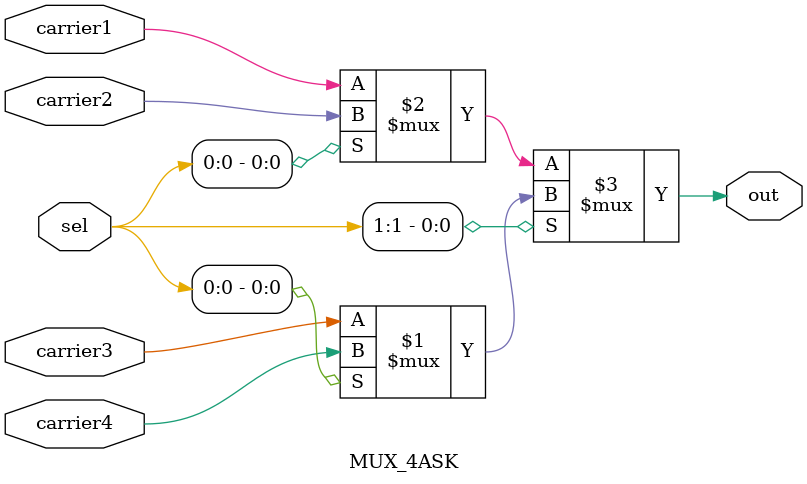
<source format=v>
module MUX_4ASK
(
	input carrier1,
	input carrier2,
	input carrier3,
	input carrier4,
	input [1:0] sel,
	output out
);
	// Selection chart:
	//		00 -> carrier 1
	//		01 -> carrier 2
	//		10 -> carrier 3
	//		11 -> carrier 4
	assign out = sel[1] ? (sel[0] ? carrier4 : carrier3):(sel[0] ? carrier2 : carrier1);
	
endmodule
</source>
